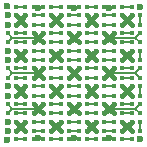
<source format=gtl>
G04*
G04 #@! TF.GenerationSoftware,Altium Limited,Altium Designer,21.5.1 (32)*
G04*
G04 Layer_Physical_Order=1*
G04 Layer_Color=255*
%FSLAX44Y44*%
%MOMM*%
G71*
G04*
G04 #@! TF.SameCoordinates,FA4849B1-0F6B-47E3-B241-1F84AE2CF7D8*
G04*
G04*
G04 #@! TF.FilePolarity,Positive*
G04*
G01*
G75*
%ADD10R,0.4000X0.4000*%
%ADD11R,0.4000X0.4000*%
%ADD14C,0.4000*%
%ADD15C,0.1450*%
%ADD16C,0.1500*%
%ADD17C,0.1270*%
%ADD18C,0.6000*%
D10*
X116000Y49000D02*
D03*
Y56000D02*
D03*
X109000D02*
D03*
Y49000D02*
D03*
X86000Y19000D02*
D03*
Y26000D02*
D03*
X79000D02*
D03*
Y19000D02*
D03*
X64000Y41000D02*
D03*
Y34000D02*
D03*
X71000D02*
D03*
Y41000D02*
D03*
X86000Y49000D02*
D03*
Y56000D02*
D03*
X79000D02*
D03*
Y49000D02*
D03*
X116000Y19000D02*
D03*
Y26000D02*
D03*
X109000D02*
D03*
Y19000D02*
D03*
X64000Y71000D02*
D03*
Y64000D02*
D03*
X71000D02*
D03*
Y71000D02*
D03*
X86000Y79000D02*
D03*
Y86000D02*
D03*
X79000D02*
D03*
Y79000D02*
D03*
X64000Y101000D02*
D03*
Y94000D02*
D03*
X71000D02*
D03*
Y101000D02*
D03*
X86000Y109000D02*
D03*
Y116000D02*
D03*
X79000D02*
D03*
Y109000D02*
D03*
X94000Y71000D02*
D03*
Y64000D02*
D03*
X101000D02*
D03*
Y71000D02*
D03*
X116000Y79000D02*
D03*
Y86000D02*
D03*
X109000D02*
D03*
Y79000D02*
D03*
X94000Y101000D02*
D03*
Y94000D02*
D03*
X101000D02*
D03*
Y101000D02*
D03*
X116000Y109000D02*
D03*
Y116000D02*
D03*
X109000D02*
D03*
Y109000D02*
D03*
X94000Y41000D02*
D03*
Y34000D02*
D03*
X101000D02*
D03*
Y41000D02*
D03*
X11000Y11000D02*
D03*
Y4000D02*
D03*
X4000D02*
D03*
Y11000D02*
D03*
X71000D02*
D03*
Y4000D02*
D03*
X64000D02*
D03*
Y11000D02*
D03*
X41000D02*
D03*
Y4000D02*
D03*
X34000D02*
D03*
Y11000D02*
D03*
X101000D02*
D03*
Y4000D02*
D03*
X94000D02*
D03*
Y11000D02*
D03*
X19000Y109000D02*
D03*
Y116000D02*
D03*
X26000D02*
D03*
Y109000D02*
D03*
X49000D02*
D03*
Y116000D02*
D03*
X56000D02*
D03*
Y109000D02*
D03*
X41000Y101000D02*
D03*
Y94000D02*
D03*
X34000D02*
D03*
Y101000D02*
D03*
X11000D02*
D03*
Y94000D02*
D03*
X4000D02*
D03*
Y101000D02*
D03*
X19000Y79000D02*
D03*
Y86000D02*
D03*
X26000D02*
D03*
Y79000D02*
D03*
X49000D02*
D03*
Y86000D02*
D03*
X56000D02*
D03*
Y79000D02*
D03*
X41000Y71000D02*
D03*
Y64000D02*
D03*
X34000D02*
D03*
Y71000D02*
D03*
X11000D02*
D03*
Y64000D02*
D03*
X4000D02*
D03*
Y71000D02*
D03*
X19000Y49000D02*
D03*
Y56000D02*
D03*
X26000D02*
D03*
Y49000D02*
D03*
X49000D02*
D03*
Y56000D02*
D03*
X56000D02*
D03*
Y49000D02*
D03*
X41000Y41000D02*
D03*
Y34000D02*
D03*
X34000D02*
D03*
Y41000D02*
D03*
X11000D02*
D03*
Y34000D02*
D03*
X4000D02*
D03*
Y41000D02*
D03*
X19000Y19000D02*
D03*
Y26000D02*
D03*
X26000D02*
D03*
Y19000D02*
D03*
X49000D02*
D03*
Y26000D02*
D03*
X56000D02*
D03*
Y19000D02*
D03*
D11*
X109000Y34000D02*
D03*
X116000D02*
D03*
Y41000D02*
D03*
X109000D02*
D03*
X71000Y26000D02*
D03*
X64000D02*
D03*
Y19000D02*
D03*
X71000D02*
D03*
X79000Y34000D02*
D03*
X86000D02*
D03*
Y41000D02*
D03*
X79000D02*
D03*
X71000Y56000D02*
D03*
X64000D02*
D03*
Y49000D02*
D03*
X71000D02*
D03*
X101000Y26000D02*
D03*
X94000D02*
D03*
Y19000D02*
D03*
X101000D02*
D03*
X79000Y64000D02*
D03*
X86000D02*
D03*
Y71000D02*
D03*
X79000D02*
D03*
X71000Y86000D02*
D03*
X64000D02*
D03*
Y79000D02*
D03*
X71000D02*
D03*
X79000Y94000D02*
D03*
X86000D02*
D03*
Y101000D02*
D03*
X79000D02*
D03*
X71000Y116000D02*
D03*
X64000D02*
D03*
Y109000D02*
D03*
X71000D02*
D03*
X109000Y64000D02*
D03*
X116000D02*
D03*
Y71000D02*
D03*
X109000D02*
D03*
X101000Y86000D02*
D03*
X94000D02*
D03*
Y79000D02*
D03*
X101000D02*
D03*
X109000Y94000D02*
D03*
X116000D02*
D03*
Y101000D02*
D03*
X109000D02*
D03*
X101000Y116000D02*
D03*
X94000D02*
D03*
Y109000D02*
D03*
X101000D02*
D03*
Y56000D02*
D03*
X94000D02*
D03*
Y49000D02*
D03*
X101000D02*
D03*
X19000Y11000D02*
D03*
X26000D02*
D03*
Y4000D02*
D03*
X19000D02*
D03*
X109000Y11000D02*
D03*
X116000D02*
D03*
Y4000D02*
D03*
X109000D02*
D03*
X49000Y11000D02*
D03*
X56000D02*
D03*
Y4000D02*
D03*
X49000D02*
D03*
X79000Y11000D02*
D03*
X86000D02*
D03*
Y4000D02*
D03*
X79000D02*
D03*
X11000Y109000D02*
D03*
X4000D02*
D03*
Y116000D02*
D03*
X11000D02*
D03*
X41000Y109000D02*
D03*
X34000D02*
D03*
Y116000D02*
D03*
X41000D02*
D03*
X49000Y101000D02*
D03*
X56000D02*
D03*
Y94000D02*
D03*
X49000D02*
D03*
X19000Y101000D02*
D03*
X26000D02*
D03*
Y94000D02*
D03*
X19000D02*
D03*
X11000Y79000D02*
D03*
X4000D02*
D03*
Y86000D02*
D03*
X11000D02*
D03*
X41000Y79000D02*
D03*
X34000D02*
D03*
Y86000D02*
D03*
X41000D02*
D03*
X49000Y71000D02*
D03*
X56000D02*
D03*
Y64000D02*
D03*
X49000D02*
D03*
X19000Y71000D02*
D03*
X26000D02*
D03*
Y64000D02*
D03*
X19000D02*
D03*
X11000Y49000D02*
D03*
X4000D02*
D03*
Y56000D02*
D03*
X11000D02*
D03*
X41000Y49000D02*
D03*
X34000D02*
D03*
Y56000D02*
D03*
X41000D02*
D03*
X49000Y41000D02*
D03*
X56000D02*
D03*
Y34000D02*
D03*
X49000D02*
D03*
X19000Y41000D02*
D03*
X26000D02*
D03*
Y34000D02*
D03*
X19000D02*
D03*
X11000Y19000D02*
D03*
X4000D02*
D03*
Y26000D02*
D03*
X11000D02*
D03*
X41000Y19000D02*
D03*
X34000D02*
D03*
Y26000D02*
D03*
X41000D02*
D03*
D14*
X15000Y15000D02*
X19000Y11000D01*
X15000Y15000D02*
X19000Y19000D01*
X15000Y45000D02*
X19000Y49000D01*
X15000Y45000D02*
X19000Y41000D01*
X15000Y75001D02*
X19000Y71000D01*
X15000Y75000D02*
X19000Y79000D01*
X15000Y105000D02*
X19000Y109000D01*
X15000Y105000D02*
X19000Y101000D01*
X11000Y71000D02*
X15000Y75000D01*
X11000Y79000D02*
X15000Y75000D01*
X11000Y41000D02*
X15000Y45000D01*
X11000Y49000D02*
X15000Y45000D01*
X26000Y34000D02*
X30000Y30000D01*
X26000Y56000D02*
X30000Y60000D01*
X26000Y64000D02*
X30000Y60000D01*
X30000Y60000D01*
X34000Y56000D01*
X30000Y60001D02*
X30000Y60000D01*
X34000Y64000D01*
X26000Y94000D02*
X30000Y90000D01*
X26000Y86000D02*
X30000Y90000D01*
X30000Y90000D01*
X30000Y90000D02*
X30000Y90000D01*
X34000Y86000D01*
X30000Y90000D02*
X34000Y94000D01*
X26000Y26000D02*
X30000Y30000D01*
Y30001D02*
X30000Y30000D01*
X34000Y26000D01*
X30000Y30000D02*
X34000Y34000D01*
X90000Y60000D02*
X94000Y64000D01*
X11000Y19000D02*
X15000Y15000D01*
X11000Y11000D02*
X15000Y15000D01*
X90000Y90000D02*
X94000Y86000D01*
X90000Y90000D02*
X90000Y90000D01*
X94000Y94000D01*
X90000Y90000D02*
X90000Y90000D01*
X90000Y60000D02*
X90000Y60000D01*
X60000Y90000D02*
X64000Y94000D01*
X60000Y90000D02*
X60000Y90000D01*
X64000Y86000D01*
X60000Y90000D02*
X60000Y90000D01*
Y60000D02*
X64000Y64000D01*
X60000Y60000D02*
X60000Y60000D01*
X90000D02*
X94000Y56000D01*
X90000Y60001D02*
X90000Y60000D01*
X90000Y30000D02*
X94000Y26000D01*
X90000Y30000D02*
X90000Y30000D01*
X60000Y60000D02*
X64000Y56000D01*
X60000Y60001D02*
X60000Y60000D01*
Y30000D02*
X64000Y34000D01*
X60000Y30000D02*
X60000Y30000D01*
X64000Y26000D01*
X60000Y30001D02*
X60000Y30000D01*
X30000Y30000D02*
X30000Y30000D01*
X90000D02*
X94000Y34000D01*
X90000Y30000D02*
X90000Y30000D01*
X90000Y30001D02*
X90000Y30000D01*
X105000Y15000D02*
X109000Y19000D01*
X105000Y15000D02*
X109000Y11000D01*
X101000Y19000D02*
X105000Y15000D01*
X101000Y11000D02*
X105000Y15000D01*
Y45000D02*
X109000Y49000D01*
X105000Y45001D02*
X109000Y41000D01*
X101000Y49000D02*
X105000Y45000D01*
X101000Y41000D02*
X105000Y45000D01*
Y75000D02*
X109000Y79000D01*
X105000Y75001D02*
X109000Y71000D01*
X101000Y79000D02*
X105000Y75000D01*
X101000Y71000D02*
X105000Y75000D01*
Y105000D02*
X109000Y109000D01*
X105000Y105000D02*
X109000Y101000D01*
X101000Y109000D02*
X105000Y105000D01*
X101000Y101000D02*
X105000Y105000D01*
X86000Y94000D02*
X90000Y90000D01*
X86000Y86000D02*
X90000Y90000D01*
X75000Y105000D02*
X79000Y109000D01*
X75000Y105000D02*
X79000Y101000D01*
X71000Y109000D02*
X75000Y105000D01*
X71000Y101000D02*
X75000Y105000D01*
X56000Y94000D02*
X60000Y90000D01*
X56000Y86000D02*
X60000Y90000D01*
X45000Y105000D02*
X49000Y109000D01*
X45000Y105000D02*
X49000Y101000D01*
X41000Y109000D02*
X45000Y105000D01*
X41000Y101000D02*
X45000Y105000D01*
X11000Y109000D02*
X15000Y105000D01*
X11000Y101000D02*
X15000Y105000D01*
X56000Y64000D02*
X60000Y60000D01*
X56000Y56000D02*
X60000Y60000D01*
X45000Y75000D02*
X49000Y79000D01*
X45000Y75001D02*
X49000Y71000D01*
X41000Y79000D02*
X45000Y75000D01*
X41000Y71000D02*
X45000Y75000D01*
X75000D02*
X79000Y79000D01*
X75000Y75001D02*
X79000Y71000D01*
X71000Y79000D02*
X75000Y75000D01*
X71000Y71000D02*
X75000Y75000D01*
X86000Y64000D02*
X90000Y60000D01*
X86000Y56000D02*
X90000Y60000D01*
X75000Y45000D02*
X79000Y49000D01*
X75000Y45001D02*
X79000Y41000D01*
X71000Y49000D02*
X75000Y45000D01*
X71000Y41000D02*
X75000Y45000D01*
X86000Y34000D02*
X90000Y30000D01*
X86000Y26000D02*
X90000Y30000D01*
X75000Y15000D02*
X79000Y19000D01*
X75000Y15000D02*
X79000Y11000D01*
X71000Y19000D02*
X75000Y15000D01*
X71000Y11000D02*
X75000Y15000D01*
X56000Y34000D02*
X60000Y30000D01*
X56000Y26000D02*
X60000Y30000D01*
X45000Y15000D02*
X49000Y19000D01*
X45000Y15000D02*
X49000Y11000D01*
X41000Y19000D02*
X45000Y15000D01*
X41000Y11000D02*
X45000Y15000D01*
Y45000D02*
X49000Y49000D01*
X45000Y45001D02*
X49000Y41000D01*
X41000Y49000D02*
X45000Y45000D01*
X41000Y41000D02*
X45000Y45000D01*
D15*
X8001Y30000D02*
X30000D01*
X90000Y60001D02*
X111999D01*
X8001Y90000D02*
X30000D01*
X8001Y60000D02*
X30000D01*
X90000Y90000D02*
X112000D01*
X90000Y30000D02*
X112000D01*
D16*
X4001Y26000D02*
X8001Y30000D01*
X4001Y34000D02*
X8001Y30000D01*
X4001Y86000D02*
X8001Y90000D01*
X4001Y94000D02*
X8001Y90000D01*
X4001Y56000D02*
X8001Y60000D01*
X4001Y64000D02*
X8001Y60000D01*
X112000Y90000D02*
X115999Y94000D01*
X112000Y90000D02*
X115999Y86000D01*
X111999Y60001D02*
X115999Y64001D01*
X111999Y60001D02*
X115999Y56000D01*
X112000Y30000D02*
X116000Y26000D01*
X112000Y30000D02*
X116000Y34000D01*
D17*
X90000Y30000D02*
X90000D01*
X4000Y26000D02*
X8000Y30000D01*
Y30000D01*
X4000Y34000D02*
X8000Y30000D01*
X41000Y26000D02*
X49000D01*
X26000Y19000D02*
X34000D01*
X116000Y71000D02*
Y79000D01*
Y41000D02*
Y49000D01*
Y11000D02*
Y19000D01*
X56000Y11000D02*
X64000D01*
X71000Y4000D02*
X79000D01*
X86000Y11000D02*
X94000D01*
X101000Y4000D02*
X109000D01*
X101000Y26000D02*
X109000D01*
X86000Y19000D02*
X94000D01*
X71000Y26000D02*
X79000D01*
X56000Y19000D02*
X64000D01*
X64000Y19000D01*
X56000Y41000D02*
X64000D01*
X71000Y34000D02*
X79000D01*
X86000Y41000D02*
X94000D01*
X101000Y34000D02*
X109000D01*
X101000Y56000D02*
X109000D01*
X86000Y49000D02*
X94000D01*
X71000Y56000D02*
X79000D01*
X56000Y49000D02*
X64000D01*
X64000Y49000D01*
X56000Y71000D02*
X64000D01*
X71000Y64000D02*
X79000D01*
X86000Y71000D02*
X94000D01*
X101000Y64000D02*
X109000D01*
X101000Y86000D02*
X109000D01*
X86000Y79000D02*
X94000D01*
X71000Y86000D02*
X79000D01*
X56000Y79000D02*
X64000D01*
X71000Y94000D02*
X79000D01*
X101000D02*
X109000D01*
X86000Y101000D02*
X94000D01*
X86000Y109000D02*
X94000D01*
X56000D02*
X64000D01*
X56000Y101000D02*
X64000D01*
X71000Y116000D02*
X79000D01*
X101000D02*
X109000D01*
X116000Y101000D02*
X116000Y101001D01*
Y109000D01*
X11000Y4000D02*
X19000D01*
X11000Y34000D02*
X19000D01*
X11000Y64000D02*
X19000D01*
X11000Y94000D02*
X19000D01*
X26000Y11000D02*
X34000D01*
X26000Y41000D02*
X34000D01*
X26000Y71000D02*
X34000D01*
X26000Y101000D02*
X34000D01*
X41000Y4000D02*
X49000D01*
X41000Y34000D02*
X49000D01*
X41000Y64000D02*
X49000D01*
X41000Y94000D02*
X49000D01*
X41000Y56000D02*
X49000D01*
X41000Y86000D02*
X49000D01*
X41000Y116000D02*
X49000D01*
X26000Y49000D02*
X34000D01*
X26000Y79000D02*
X34000D01*
X26000Y109000D02*
X34000D01*
X11000Y26000D02*
X19000D01*
X11000Y56000D02*
X19000D01*
X11000Y86000D02*
X19000D01*
X11000Y116000D02*
X11077Y116076D01*
X18924D01*
X19000Y116000D01*
D18*
X4000Y11000D02*
D03*
X3500Y3500D02*
D03*
Y116500D02*
D03*
X4000Y109000D02*
D03*
X15000Y15000D02*
D03*
X116000Y116000D02*
D03*
X90000Y115000D02*
D03*
X60000D02*
D03*
X30000D02*
D03*
X116000Y4000D02*
D03*
X90000Y5000D02*
D03*
X60000D02*
D03*
X30000D02*
D03*
X105000Y15000D02*
D03*
Y45000D02*
D03*
Y75000D02*
D03*
Y105000D02*
D03*
X90000Y90000D02*
D03*
X75000Y105000D02*
D03*
X60000Y90000D02*
D03*
X45000Y105000D02*
D03*
X15000D02*
D03*
X30000Y90000D02*
D03*
Y60000D02*
D03*
X15000Y75000D02*
D03*
X60000Y60000D02*
D03*
X45000Y75000D02*
D03*
X75000D02*
D03*
X90000Y60000D02*
D03*
X75000Y45000D02*
D03*
X90000Y30000D02*
D03*
X75000Y15000D02*
D03*
X60000Y30000D02*
D03*
X45000Y15000D02*
D03*
Y45000D02*
D03*
X30000Y30000D02*
D03*
X4000Y101000D02*
D03*
Y79000D02*
D03*
Y71000D02*
D03*
Y49000D02*
D03*
Y41000D02*
D03*
Y19000D02*
D03*
X15000Y45000D02*
D03*
M02*

</source>
